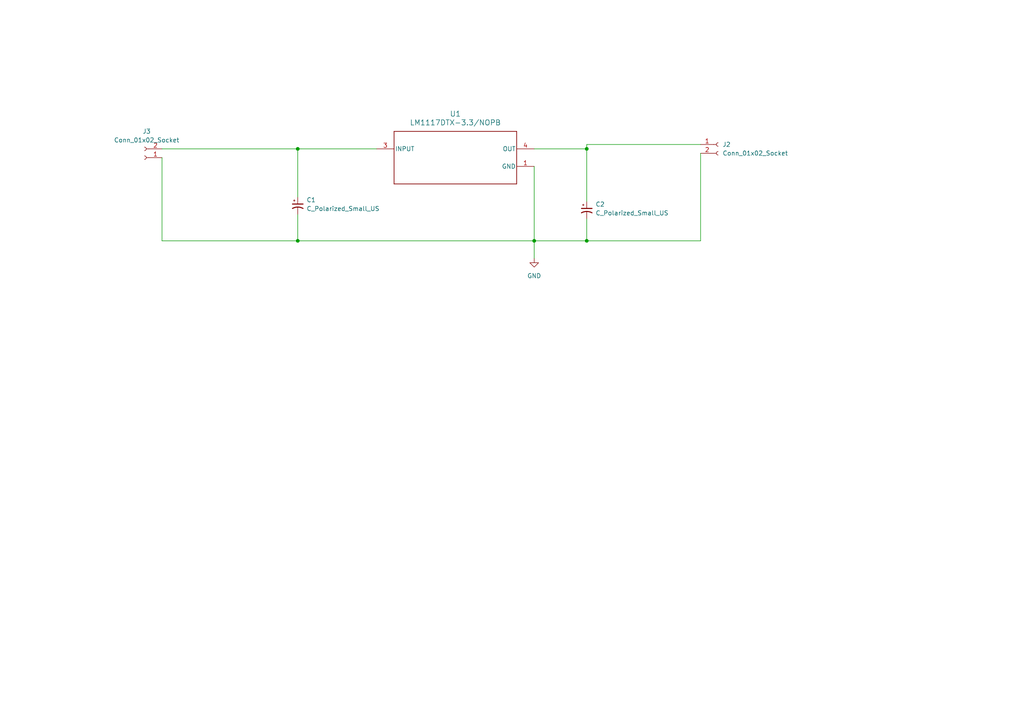
<source format=kicad_sch>
(kicad_sch (version 20231120) (generator "eeschema") (generator_version "8.0")
  (paper "A4")
  (lib_symbols
    (symbol "Connector:Conn_01x02_Socket" (pin_names (offset 1.016) hide)
      (property "Reference" "J" (at 0 2.54 0))
      (property "Value" "Conn_01x02_Socket" (at 0 -5.08 0))
      (symbol "Conn_01x02_Socket_1_1"
        (arc (start 0 -2.032) (mid -0.5058 -2.54) (end 0 -3.048) (stroke (width 0.1524)))
        (polyline (pts (xy -1.27 -2.54) (xy -0.508 -2.54)) (stroke (width 0.1524)))
        (polyline (pts (xy -1.27 0) (xy -0.508 0)) (stroke (width 0.1524)))
        (arc (start 0 0.508) (mid -0.5058 0) (end 0 -0.508) (stroke (width 0.1524)))
        (pin passive line (at -5.08 0 0) (length 3.81) (name "Pin_1") (number "1"))
        (pin passive line (at -5.08 -2.54 0) (length 3.81) (name "Pin_2") (number "2"))
      )
    )
    (symbol "Device:C_Polarized_Small_US" (pin_numbers hide) (pin_names (offset 0.254) hide)
      (property "Reference" "C" (at 0.254 1.778 0))
      (property "Value" "C_Polarized_Small_US" (at 0.254 -2.032 0))
      (symbol "C_Polarized_Small_US_0_1"
        (polyline (pts (xy -1.524 0.508) (xy 1.524 0.508)) (stroke (width 0.3048)))
        (polyline (pts (xy -1.27 1.524) (xy -0.762 1.524)))
        (polyline (pts (xy -1.016 1.27) (xy -1.016 1.778)))
        (arc (start 1.524 -0.762) (mid 0 -0.3734) (end -1.524 -0.762) (stroke (width 0.3048)))
      )
      (symbol "C_Polarized_Small_US_1_1"
        (pin passive line (at 0 2.54 270) (length 2.032) (name "~") (number "1"))
        (pin passive line (at 0 -2.54 90) (length 2.032) (name "~") (number "2"))
      )
    )
    (symbol "LM1117:LM1117DTX-3.3_NOPB" (pin_names (offset 0.254))
      (property "Reference" "U" (at 0 2.54 0))
      (property "Value" "LM1117DTX-3.3/NOPB" (at 0 0 0))
      (symbol "LM1117DTX-3.3_NOPB_0_1"
        (polyline (pts (xy -17.78 -7.62) (xy 17.78 -7.62)) (stroke (width 0.2032)))
        (polyline (pts (xy -17.78 7.62) (xy -17.78 -7.62)) (stroke (width 0.2032)))
        (polyline (pts (xy 17.78 -7.62) (xy 17.78 7.62)) (stroke (width 0.2032)))
        (polyline (pts (xy 17.78 7.62) (xy -17.78 7.62)) (stroke (width 0.2032)))
        (pin power_in line (at 22.86 -2.54 180) (length 5.08) (name "GND") (number "1"))
        (pin power_in line (at -22.86 2.54 0) (length 5.08) (name "INPUT") (number "3"))
        (pin power_in line (at 22.86 2.54 180) (length 5.08) (name "OUT") (number "4"))
      )
    )
    (symbol "power:GND" (power) (pin_numbers hide) (pin_names (offset 0) hide)
      (property "Value" "GND" (at 0 -3.81 0))
      (symbol "GND_0_1"
        (polyline (pts (xy 0 0) (xy 0 -1.27) (xy 1.27 -1.27) (xy 0 -2.54) (xy -1.27 -1.27) (xy 0 -1.27)))
      )
      (symbol "GND_1_1"
        (pin power_in line (at 0 0 270) (length 0) (name "~") (number "1"))
      )
    )
  )
  (junction (at 86.36 43.18))
  (junction (at 86.36 69.85))
  (junction (at 154.94 69.85))
  (junction (at 170.18 69.85))
  (junction (at 170.18 43.18))
  (wire (pts (xy 154.94 48.26) (xy 154.94 69.85)))
  (wire (pts (xy 203.2 69.85) (xy 170.18 69.85)))
  (wire (pts (xy 170.18 69.85) (xy 154.94 69.85)))
  (wire (pts (xy 86.36 43.18) (xy 86.36 57.15)))
  (wire (pts (xy 170.18 63.5) (xy 170.18 69.85)))
  (wire (pts (xy 46.99 45.72) (xy 46.99 69.85)))
  (wire (pts (xy 203.2 44.45) (xy 203.2 69.85)))
  (wire (pts (xy 86.36 69.85) (xy 154.94 69.85)))
  (wire (pts (xy 46.99 43.18) (xy 86.36 43.18)))
  (wire (pts (xy 154.94 43.18) (xy 170.18 43.18)))
  (wire (pts (xy 86.36 62.23) (xy 86.36 69.85)))
  (wire (pts (xy 203.2 41.91) (xy 170.18 41.91)))
  (wire (pts (xy 170.18 43.18) (xy 170.18 58.42)))
  (wire (pts (xy 109.22 43.18) (xy 86.36 43.18)))
  (wire (pts (xy 154.94 69.85) (xy 154.94 74.93)))
  (wire (pts (xy 46.99 69.85) (xy 86.36 69.85)))
  (wire (pts (xy 170.18 41.91) (xy 170.18 43.18)))
  (symbol (lib_id "Device:C_Polarized_Small_US") (at 170.18 60.96 0) (unit 1)
    (property "Reference" "C2" (at 172.72 59.2581 0) (effects (justify left)))
    (property "Value" "C_Polarized_Small_US" (at 172.72 61.7981 0) (effects (justify left)))
    (property "Description" "Polarized capacitor, small US symbol" (effects (hide yes)))
  )
  (symbol (lib_id "power:GND") (at 154.94 74.93 0) (unit 1)
    (property "Reference" "#PWR02" (effects (hide yes)))
    (property "Value" "GND" (at 154.94 80.01 0))
    (property "Description" "Power symbol creates a global label with name \"GND\" , ground" (effects (hide yes)))
  )
  (symbol (lib_id "LM1117:LM1117DTX-3.3_NOPB") (at 132.08 45.72 0) (unit 1)
    (property "Reference" "U1" (at 132.08 33.02 0) (effects (font (size 1.524 1.524))))
    (property "Value" "LM1117DTX-3.3/NOPB" (at 132.08 35.56 0) (effects (font (size 1.524 1.524))))
    (property "Footprint" "NDP0003B" (effects (hide yes)))
    (property "Datasheet" "LM1117DTX-3.3/NOPB" (effects (hide yes)))
  )
  (symbol (lib_id "Connector:Conn_01x02_Socket") (at 208.28 41.91 0) (unit 1)
    (property "Reference" "J2" (at 209.55 41.9099 0) (effects (justify left)))
    (property "Value" "Conn_01x02_Socket" (at 209.55 44.4499 0) (effects (justify left)))
    (property "Description" "Generic connector, single row, 01x02, script generated" (effects (hide yes)))
  )
  (symbol (lib_id "Connector:Conn_01x02_Socket") (at 41.91 45.72 180) (unit 1)
    (property "Reference" "J3" (at 42.545 38.1 0))
    (property "Value" "Conn_01x02_Socket" (at 42.545 40.64 0))
    (property "Description" "Generic connector, single row, 01x02, script generated" (effects (hide yes)))
  )
  (symbol (lib_id "Device:C_Polarized_Small_US") (at 86.36 59.69 0) (unit 1)
    (property "Reference" "C1" (at 88.9 57.9881 0) (effects (justify left)))
    (property "Value" "C_Polarized_Small_US" (at 88.9 60.5281 0) (effects (justify left)))
    (property "Description" "Polarized capacitor, small US symbol" (effects (hide yes)))
  )
)
</source>
